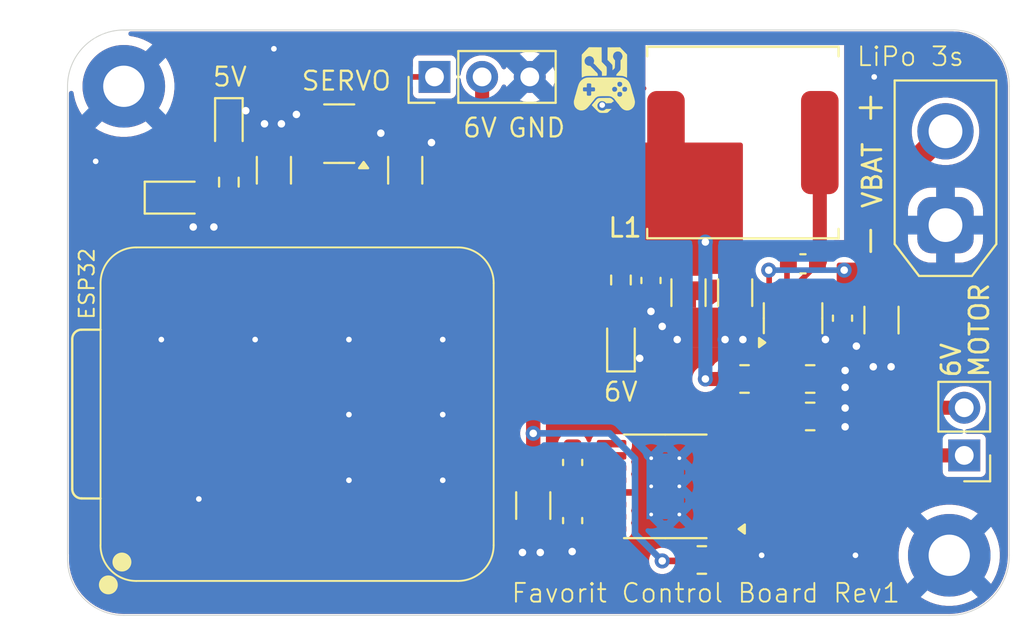
<source format=kicad_pcb>
(kicad_pcb (version 20241229) (generator "pcbnew") (generator_version "9.0")
  (layers (0 "F.Cu" signal) (2 "B.Cu" signal) (13 "F.Paste" user) (15 "B.Paste" user) (5 "F.SilkS" user "F.Silkscreen") (7 "B.SilkS" user "B.Silkscreen") (1 "F.Mask" user) (3 "B.Mask" user) (25 "Edge.Cuts" user))
  (net 0 "")
  (net 1 "Net-(U1-LX)")
  (net 2 "Motor+")
  (net 3 "GND")
  (net 4 "Net-(U1-BS)")
  (net 5 "Net-(U3-VCP)")
  (net 6 "Net-(U3-VINT)")
  (net 7 "+6V")
  (net 8 "Net-(D1-A)")
  (net 9 "DRV8833_IN1")
  (net 10 "Net-(D2-A)")
  (net 11 "Motor-")
  (net 12 "DRV8833_IN2")
  (net 13 "Net-(D3-K)")
  (net 14 "Net-(U1-FB)")
  (net 15 "Net-(U1-FS)")
  (net 16 "Net-(U3-~{SLEEP})")
  (net 33 "SERVO_PWM")
  (net 34 "+5V")
  (net 36 "VBAT")
  (footprint "Inductor_SMD:L_SOREDE_SNR.1050_10x10x5mm" (layer "F.Cu") (at 158 82 180)
    (property "Reference" "L1" (at 6.283652 -4.539448 0) (layer "F.SilkS"))
    (property "Value" "5.2uH" (hide yes))
    (pad "1" smd roundrect (at -4.1 0 180) (size 2 5.5) (layers "F.Cu" "F.Mask" "F.Paste") (net 1 "Net-(U1-LX)"))
    (pad "2" smd roundrect (at 4.1 0 180) (size 2 5.5) (layers "F.Cu" "F.Mask" "F.Paste") (net 7 "+6V"))
  )
  (footprint "Resistor_SMD:R_0805_2012Metric" (layer "F.Cu") (at 155.8125 104.25)
    (property "Reference" "R6" (hide yes))
    (property "Value" "22k1" (hide yes))
    (pad "1" smd roundrect (at -0.9125 0) (size 1.025 1.4) (layers "F.Cu" "F.Mask" "F.Paste") (roundrect_rratio 0.243902) (net 7 "+6V"))
    (pad "2" smd roundrect (at 0.9125 0) (size 1.025 1.4) (layers "F.Cu" "F.Mask" "F.Paste") (roundrect_rratio 0.243902) (net 16 "Net-(U3-~{SLEEP})"))
  )
  (footprint "Package_TO_SOT_SMD:SOT-23-5" (layer "F.Cu") (at 136.481456 81.525 180)
    (property "Reference" "U2" (hide yes))
    (property "Value" "TPS7A20xxxPDBVR" (hide yes))
    (pad "1" smd roundrect (at -1.1375 -0.95 180) (size 1.325 0.6) (layers "F.Cu" "F.Mask" "F.Paste") (net 7 "+6V"))
    (pad "2" smd roundrect (at -1.1375 0 180) (size 1.325 0.6) (layers "F.Cu" "F.Mask" "F.Paste") (net 3 "GND"))
    (pad "3" smd roundrect (at -1.1375 0.95 180) (size 1.325 0.6) (layers "F.Cu" "F.Mask" "F.Paste") (net 7 "+6V"))
    (pad "4" smd roundrect (at 1.1375 0.95 180) (size 1.325 0.6) (layers "F.Cu" "F.Mask" "F.Paste") (net 3 "GND"))
    (pad "5" smd roundrect (at 1.1375 -0.95 180) (size 1.325 0.6) (layers "F.Cu" "F.Mask" "F.Paste") (net 34 "+5V"))
  )
  (footprint "Package_SO:HTSSOP-16-1EP_4.4x5mm_P0.65mm_EP3.4x5mm_Mask2.46x2.31mm_ThermalVias" (layer "F.Cu") (at 153.8625 100.325 180)
    (property "Reference" "U3" (hide yes))
    (property "Value" "DRV8833PWP" (hide yes))
    (pad "1" smd roundrect (at -2.8625 -2.275 180) (size 1.575 0.4) (layers "F.Cu" "F.Mask" "F.Paste") (net 16 "Net-(U3-~{SLEEP})"))
    (pad "2" smd roundrect (at -2.8625 -1.625 180) (size 1.575 0.4) (layers "F.Cu" "F.Mask" "F.Paste") (net 2 "Motor+"))
    (pad "3" smd roundrect (at -2.8625 -0.975 180) (size 1.575 0.4) (layers "F.Cu" "F.Mask" "F.Paste") (net 3 "GND"))
    (pad "4" smd roundrect (at -2.8625 -0.325 180) (size 1.575 0.4) (layers "F.Cu" "F.Mask" "F.Paste") (net 11 "Motor-"))
    (pad "5" smd roundrect (at -2.8625 0.325 180) (size 1.575 0.4) (layers "F.Cu" "F.Mask" "F.Paste"))
    (pad "6" smd roundrect (at -2.8625 0.975 180) (size 1.575 0.4) (layers "F.Cu" "F.Mask" "F.Paste") (net 3 "GND"))
    (pad "7" smd roundrect (at -2.8625 1.625 180) (size 1.575 0.4) (layers "F.Cu" "F.Mask" "F.Paste"))
    (pad "8" smd roundrect (at -2.8625 2.275 180) (size 1.575 0.4) (layers "F.Cu" "F.Mask" "F.Paste"))
    (pad "9" smd roundrect (at 2.8625 2.275 180) (size 1.575 0.4) (layers "F.Cu" "F.Mask" "F.Paste"))
    (pad "10" smd roundrect (at 2.8625 1.625 180) (size 1.575 0.4) (layers "F.Cu" "F.Mask" "F.Paste"))
    (pad "11" smd roundrect (at 2.8625 0.975 180) (size 1.575 0.4) (layers "F.Cu" "F.Mask" "F.Paste") (net 5 "Net-(U3-VCP)"))
    (pad "12" smd roundrect (at 2.8625 0.325 180) (size 1.575 0.4) (layers "F.Cu" "F.Mask" "F.Paste") (net 7 "+6V"))
    (pad "13" smd roundrect (at 2.8625 -0.325 180) (size 1.575 0.4) (layers "F.Cu" "F.Mask" "F.Paste") (net 3 "GND"))
    (pad "14" smd roundrect (at 2.8625 -0.975 180) (size 1.575 0.4) (layers "F.Cu" "F.Mask" "F.Paste") (net 6 "Net-(U3-VINT)"))
    (pad "15" smd roundrect (at 2.8625 -1.625 180) (size 1.575 0.4) (layers "F.Cu" "F.Mask" "F.Paste") (net 12 "DRV8833_IN2"))
    (pad "16" smd roundrect (at 2.8625 -2.275 180) (size 1.575 0.4) (layers "F.Cu" "F.Mask" "F.Paste") (net 9 "DRV8833_IN1"))
    (pad "17" thru_hole circle (at -0.75 -1.5 180) (size 0.5 0.5) (drill 0.2) (property pad_prop_heatsink) (layers "*.Cu") (net 3 "GND"))
    (pad "17" thru_hole circle (at -0.75 0 180) (size 0.5 0.5) (drill 0.2) (property pad_prop_heatsink) (layers "*.Cu") (net 3 "GND"))
    (pad "17" thru_hole circle (at -0.75 1.5 180) (size 0.5 0.5) (drill 0.2) (property pad_prop_heatsink) (layers "*.Cu") (net 3 "GND"))
    (pad "17" smd rect (at 0 0 180) (size 2 3.5) (property pad_prop_heatsink) (layers "B.Cu") (net 3 "GND"))
    (pad "17" smd rect (at 0 0 180) (size 3.4 5) (property pad_prop_heatsink) (layers "F.Cu") (net 3 "GND"))
    (pad "17" thru_hole circle (at 0.75 -1.5 180) (size 0.5 0.5) (drill 0.2) (property pad_prop_heatsink) (layers "*.Cu") (net 3 "GND"))
    (pad "17" thru_hole circle (at 0.75 0 180) (size 0.5 0.5) (drill 0.2) (property pad_prop_heatsink) (layers "*.Cu") (net 3 "GND"))
    (pad "17" thru_hole circle (at 0.75 1.5 180) (size 0.5 0.5) (drill 0.2) (property pad_prop_heatsink) (layers "*.Cu") (net 3 "GND"))
  )
  (footprint "Capacitor_SMD:C_0603_1608Metric" (layer "F.Cu") (at 148.925 99.05 90)
    (property "Reference" "C10" (hide yes))
    (property "Value" "10nF/16V" (hide yes))
    (pad "1" smd roundrect (at -0.775 0 90) (size 0.9 0.95) (layers "F.Cu" "F.Mask" "F.Paste") (net 7 "+6V"))
    (pad "2" smd roundrect (at 0.775 0 90) (size 0.9 0.95) (layers "F.Cu" "F.Mask" "F.Paste") (net 5 "Net-(U3-VCP)"))
  )
  (footprint "Diode_SMD:D_SOD-323" (layer "F.Cu") (at 127.725 84.934992)
    (property "Reference" "D3" (hide yes))
    (property "Value" "1N5819WS" (hide yes))
    (pad "1" smd roundrect (at -1.05 0) (size 0.6 0.45) (layers "F.Cu" "F.Mask" "F.Paste") (net 13 "Net-(D3-K)"))
    (pad "2" smd roundrect (at 1.05 0) (size 0.6 0.45) (layers "F.Cu" "F.Mask" "F.Paste") (net 34 "+5V"))
  )
  (footprint "Seeed Studio XIAO Series Library:XIAO-ESP32S3-SMD" (layer "F.Cu") (at 134.250304 96.471132 90)
    (property "Reference" "ESP32" (at 4.971132 -10.750304 90) (layer "F.SilkS") (effects (font (size 0.8 0.8) (thickness 0.10668)) (justify left bottom)))
    (property "Value" "XIAO-ESP32-S3-SMD")
    (pad "1" smd roundrect (at -8.061364 -7.573 90) (size 2.75 2) (layers "F.Cu" "F.Mask" "F.Paste") (net 33 "SERVO_PWM"))
    (pad "2" smd roundrect (at -8.061364 -5.033 90) (size 2.75 2) (layers "F.Cu" "F.Mask" "F.Paste") (net 9 "DRV8833_IN1"))
    (pad "3" smd roundrect (at -8.061364 -2.493 90) (size 2.75 2) (layers "F.Cu" "F.Mask" "F.Paste") (net 12 "DRV8833_IN2"))
    (pad "4" smd roundrect (at -8.061364 0.047 90) (size 2.75 2) (layers "F.Cu" "F.Mask" "F.Paste"))
    (pad "5" smd roundrect (at -8.061364 2.587 90) (size 2.75 2) (layers "F.Cu" "F.Mask" "F.Paste"))
    (pad "6" smd roundrect (at -8.061364 5.127 90) (size 2.75 2) (layers "F.Cu" "F.Mask" "F.Paste"))
    (pad "7" smd roundrect (at -8.061364 7.667 90) (size 2.75 2) (layers "F.Cu" "F.Mask" "F.Paste"))
    (pad "8" smd roundrect (at 8.103636 7.667 90) (size 2.75 2) (layers "F.Cu" "F.Mask" "F.Paste"))
    (pad "9" smd roundrect (at 8.103636 5.127 90) (size 2.75 2) (layers "F.Cu" "F.Mask" "F.Paste"))
    (pad "10" smd roundrect (at 8.103636 2.587 90) (size 2.75 2) (layers "F.Cu" "F.Mask" "F.Paste"))
    (pad "11" smd roundrect (at 8.103636 0.047 90) (size 2.75 2) (layers "F.Cu" "F.Mask" "F.Paste"))
    (pad "12" smd roundrect (at 8.103636 -2.493 90) (size 2.75 2) (layers "F.Cu" "F.Mask" "F.Paste"))
    (pad "13" smd roundrect (at 8.103636 -5.033 90) (size 2.75 2) (layers "F.Cu" "F.Mask" "F.Paste") (net 3 "GND"))
    (pad "14" smd roundrect (at 8.103636 -7.573 90) (size 2.75 2) (layers "F.Cu" "F.Mask" "F.Paste") (net 13 "Net-(D3-K)"))
    (pad "15" smd roundrect (at -4.451364 -0.335 270) (size 2.5 1.1) (layers "F.Cu" "F.Mask" "F.Paste"))
    (pad "16" smd roundrect (at -4.451364 -2.24 270) (size 2.5 1.1) (layers "F.Cu" "F.Mask" "F.Paste"))
    (pad "17" smd circle (at -1.276364 -8.585 90) (size 1.7 1.7) (layers "F.Cu" "F.Mask" "F.Paste"))
    (pad "18" smd circle (at 1.263636 -8.585 90) (size 1.7 1.7) (layers "F.Cu" "F.Mask" "F.Paste"))
    (pad "19" smd circle (at -1.276364 -6.045 90) (size 1.7 1.7) (layers "F.Cu" "F.Mask" "F.Paste"))
    (pad "20" smd circle (at 1.263636 -6.045 90) (size 1.7 1.7) (layers "F.Cu" "F.Mask" "F.Paste"))
    (pad "21" smd circle (at -1.276364 -3.505 90) (size 1.7 1.7) (layers "F.Cu" "F.Mask" "F.Paste"))
    (pad "22" smd circle (at 1.263636 -3.505 90) (size 1.7 1.7) (layers "F.Cu" "F.Mask" "F.Paste"))
    (pad "23" smd circle (at -1.276364 -0.965 90) (size 1.7 1.7) (layers "F.Cu" "F.Mask" "F.Paste"))
    (pad "24" smd circle (at 1.263636 -0.965 90) (size 1.7 1.7) (layers "F.Cu" "F.Mask" "F.Paste"))
  )
  (footprint "Resistor_SMD:R_0805_2012Metric" (layer "F.Cu") (at 161.5875 94.602496)
    (property "Reference" "R3" (hide yes))
    (property "Value" "200k" (hide yes))
    (pad "1" smd roundrect (at -0.9125 0) (size 1.025 1.4) (layers "F.Cu" "F.Mask" "F.Paste") (roundrect_rratio 0.243902) (net 15 "Net-(U1-FS)"))
    (pad "2" smd roundrect (at 0.9125 0) (size 1.025 1.4) (layers "F.Cu" "F.Mask" "F.Paste") (roundrect_rratio 0.243902) (net 3 "GND"))
  )
  (footprint "MountingHole:MountingHole_2.2mm_M2_Pad" (layer "F.Cu") (at 125 79)
    (property "Reference" "H2" (hide yes))
    (property "Value" "MountingHole_Pad" (hide yes))
    (pad "1" thru_hole circle (at 0 0) (size 4.4 4.4) (drill 2.2) (layers "*.Cu" "*.Mask") (net 3 "GND"))
  )
  (footprint "Package_TO_SOT_SMD:TSOT-23-8" (layer "F.Cu") (at 160.675 91.3625 90)
    (property "Reference" "U1" (hide yes))
    (property "Value" "SY8303" (hide yes))
    (pad "1" smd roundrect (at -1.1375 -0.975 90) (size 1.325 0.5) (layers "F.Cu" "F.Mask" "F.Paste") (net 14 "Net-(U1-FB)"))
    (pad "2" smd roundrect (at -1.1375 -0.325 90) (size 1.325 0.5) (layers "F.Cu" "F.Mask" "F.Paste") (net 15 "Net-(U1-FS)"))
    (pad "3" smd roundrect (at -1.1375 0.325 90) (size 1.325 0.5) (layers "F.Cu" "F.Mask" "F.Paste") (net 3 "GND"))
    (pad "4" smd roundrect (at -1.1375 0.975 90) (size 1.325 0.5) (layers "F.Cu" "F.Mask" "F.Paste") (net 3 "GND"))
    (pad "5" smd roundrect (at 1.1375 0.975 90) (size 1.325 0.5) (layers "F.Cu" "F.Mask" "F.Paste") (net 36 "VBAT"))
    (pad "6" smd roundrect (at 1.1375 0.325 90) (size 1.325 0.5) (layers "F.Cu" "F.Mask" "F.Paste") (net 1 "Net-(U1-LX)"))
    (pad "7" smd roundrect (at 1.1375 -0.325 90) (size 1.325 0.5) (layers "F.Cu" "F.Mask" "F.Paste") (net 4 "Net-(U1-BS)"))
    (pad "8" smd roundrect (at 1.1375 -0.975 90) (size 1.325 0.5) (layers "F.Cu" "F.Mask" "F.Paste") (net 36 "VBAT"))
  )
  (footprint "MountingHole:MountingHole_2.2mm_M2_Pad" (layer "F.Cu") (at 169 104)
    (property "Reference" "H1" (hide yes))
    (property "Value" "MountingHole_Pad" (hide yes))
    (pad "1" thru_hole circle (at 0 0) (size 4.4 4.4) (drill 2.2) (layers "*.Cu" "*.Mask") (net 3 "GND"))
  )
  (footprint "Capacitor_SMD:C_1206_3216Metric" (layer "F.Cu") (at 133 83.475 90)
    (property "Reference" "C9" (hide yes))
    (property "Value" "10uF/25V" (hide yes))
    (pad "1" smd roundrect (at -1.475 0 90) (size 1.15 1.8) (layers "F.Cu" "F.Mask" "F.Paste") (roundrect_rratio 0.217391) (net 34 "+5V"))
    (pad "2" smd roundrect (at 1.475 0 90) (size 1.15 1.8) (layers "F.Cu" "F.Mask" "F.Paste") (roundrect_rratio 0.217391) (net 3 "GND"))
  )
  (footprint "Resistor_SMD:R_0805_2012Metric" (layer "F.Cu") (at 161.5875 96.6)
    (property "Reference" "R4" (hide yes))
    (property "Value" "22k1" (hide yes))
    (pad "1" smd roundrect (at -0.9125 0) (size 1.025 1.4) (layers "F.Cu" "F.Mask" "F.Paste") (roundrect_rratio 0.243902) (net 14 "Net-(U1-FB)"))
    (pad "2" smd roundrect (at 0.9125 0) (size 1.025 1.4) (layers "F.Cu" "F.Mask" "F.Paste") (roundrect_rratio 0.243902) (net 3 "GND"))
  )
  (footprint "Capacitor_SMD:C_0603_1608Metric" (layer "F.Cu") (at 153.1 89.35 -90)
    (property "Reference" "C6" (hide yes))
    (property "Value" "100nF/25V" (hide yes))
    (pad "1" smd roundrect (at -0.775 0 270) (size 0.9 0.95) (layers "F.Cu" "F.Mask" "F.Paste") (net 7 "+6V"))
    (pad "2" smd roundrect (at 0.775 0 270) (size 0.9 0.95) (layers "F.Cu" "F.Mask" "F.Paste") (net 3 "GND"))
  )
  (footprint "LED_SMD:LED_0603_1608Metric" (layer "F.Cu") (at 130.6 81.117492 -90)
    (property "Reference" "5V" (at -2.617492 -0.055 180) (layer "F.SilkS") (effects (font (thickness 0.125))))
    (property "Value" "BLUE" (hide yes))
    (pad "1" smd roundrect (at -0.7875 0 270) (size 0.875 0.95) (layers "F.Cu" "F.Mask" "F.Paste") (net 3 "GND"))
    (pad "2" smd roundrect (at 0.7875 0 270) (size 0.875 0.95) (layers "F.Cu" "F.Mask" "F.Paste") (net 10 "Net-(D2-A)"))
  )
  (footprint "Capacitor_SMD:C_1206_3216Metric" (layer "F.Cu") (at 155.1 90 -90)
    (property "Reference" "C4" (hide yes))
    (property "Value" "22uF/16V" (hide yes))
    (pad "1" smd roundrect (at -1.475 0 270) (size 1.15 1.8) (layers "F.Cu" "F.Mask" "F.Paste") (roundrect_rratio 0.217391) (net 7 "+6V"))
    (pad "2" smd roundrect (at 1.475 0 270) (size 1.15 1.8) (layers "F.Cu" "F.Mask" "F.Paste") (roundrect_rratio 0.217391) (net 3 "GND"))
  )
  (footprint "Connector_AMASS:AMASS_XT30UPB-M_1x02_P5.0mm_Vertical" (layer "F.Cu") (at 168.8 86.4 90)
    (property "Reference" "VBAT" (at 2.658056 -3.9 270) (layer "F.SilkS"))
    (property "Value" "Screw_Terminal_01x02" (hide yes))
    (fp_text user "+" (at 6.258056 -4.1 90) (layer "F.SilkS") (effects (font (size 1.5 1.5))))
    (fp_text user "-" (at -0.841944 -4.1 270) (layer "F.SilkS") (effects (font (size 1.5 1.5))))
    (pad "1" thru_hole roundrect (at 0 0 90) (size 3 3) (drill 1.8) (layers "*.Cu" "*.Mask") (net 3 "GND"))
    (pad "2" thru_hole circle (at 5 0 90) (size 3 3) (drill 1.8) (layers "*.Cu" "*.Mask") (net 36 "VBAT"))
  )
  (footprint "Resistor_SMD:R_0603_1608Metric" (layer "F.Cu") (at 130.6 84.109992 90)
    (property "Reference" "R5" (hide yes))
    (property "Value" "1k" (hide yes))
    (pad "1" smd roundrect (at -0.825 0 90) (size 0.8 0.95) (layers "F.Cu" "F.Mask" "F.Paste") (net 34 "+5V"))
    (pad "2" smd roundrect (at 0.825 0 90) (size 0.8 0.95) (layers "F.Cu" "F.Mask" "F.Paste") (net 10 "Net-(D2-A)"))
  )
  (footprint "Capacitor_SMD:C_1206_3216Metric" (layer "F.Cu") (at 140 83.475 90)
    (property "Reference" "C8" (hide yes))
    (property "Value" "10uF/25V" (hide yes))
    (pad "1" smd roundrect (at -1.475 0 90) (size 1.15 1.8) (layers "F.Cu" "F.Mask" "F.Paste") (roundrect_rratio 0.217391) (net 7 "+6V"))
    (pad "2" smd roundrect (at 1.475 0 90) (size 1.15 1.8) (layers "F.Cu" "F.Mask" "F.Paste") (roundrect_rratio 0.217391) (net 3 "GND"))
  )
  (footprint "Capacitor_SMD:C_0603_1608Metric" (layer "F.Cu") (at 163.310551 91.361839 -90)
    (property "Reference" "C3" (hide yes))
    (property "Value" "100nF/25V" (hide yes))
    (pad "1" smd roundrect (at -0.775 0 270) (size 0.9 0.95) (layers "F.Cu" "F.Mask" "F.Paste") (net 36 "VBAT"))
    (pad "2" smd roundrect (at 0.775 0 270) (size 0.9 0.95) (layers "F.Cu" "F.Mask" "F.Paste") (net 3 "GND"))
  )
  (footprint "Connector_PinHeader_2.54mm:PinHeader_1x02_P2.54mm_Vertical" (layer "F.Cu") (at 169.8 98.675 180)
    (property "Reference" "MOTOR" (at -0.8 6.675 270) (layer "F.SilkS"))
    (property "Value" "Screw_Terminal_01x02" (hide yes))
    (pad "1" thru_hole rect (at 0 0 180) (size 1.7 1.7) (drill 1) (layers "*.Cu" "*.Mask") (net 2 "Motor+"))
    (pad "2" thru_hole circle (at 0 2.54 180) (size 1.7 1.7) (drill 1) (layers "*.Cu" "*.Mask") (net 11 "Motor-"))
  )
  (footprint "Resistor_SMD:R_0603_1608Metric" (layer "F.Cu") (at 151.5 89.325 -90)
    (property "Reference" "R2" (hide yes))
    (property "Value" "1k" (hide yes))
    (pad "1" smd roundrect (at -0.825 0 270) (size 0.8 0.95) (layers "F.Cu" "F.Mask" "F.Paste") (net 7 "+6V"))
    (pad "2" smd roundrect (at 0.825 0 270) (size 0.8 0.95) (layers "F.Cu" "F.Mask" "F.Paste") (net 8 "Net-(D1-A)"))
  )
  (footprint "Capacitor_SMD:C_1206_3216Metric" (layer "F.Cu") (at 157.5875 90 -90)
    (property "Reference" "C5" (hide yes))
    (property "Value" "22uF/16V" (hide yes))
    (pad "1" smd roundrect (at -1.475 0 270) (size 1.15 1.8) (layers "F.Cu" "F.Mask" "F.Paste") (roundrect_rratio 0.217391) (net 7 "+6V"))
    (pad "2" smd roundrect (at 1.475 0 270) (size 1.15 1.8) (layers "F.Cu" "F.Mask" "F.Paste") (roundrect_rratio 0.217391) (net 3 "GND"))
  )
  (footprint "Capacitor_SMD:C_0603_1608Metric" (layer "F.Cu") (at 148.925 102.15 -90)
    (property "Reference" "C11" (hide yes))
    (property "Value" "2.2uF/6.3A" (hide yes))
    (pad "1" smd roundrect (at -0.775 0 270) (size 0.9 0.95) (layers "F.Cu" "F.Mask" "F.Paste") (net 6 "Net-(U3-VINT)"))
    (pad "2" smd roundrect (at 0.775 0 270) (size 0.9 0.95) (layers "F.Cu" "F.Mask" "F.Paste") (net 3 "GND"))
  )
  (footprint "Connector_PinHeader_2.54mm:PinHeader_1x03_P2.54mm_Vertical" (layer "F.Cu") (at 141.56 78.5 90)
    (property "Reference" "J3" (hide yes))
    (property "Value" "Conn_01x03_Pin" (hide yes))
    (pad "1" thru_hole rect (at 0 0 90) (size 1.7 1.7) (drill 1) (layers "*.Cu" "*.Mask") (net 33 "SERVO_PWM"))
    (pad "2" thru_hole circle (at 0 2.54 90) (size 1.7 1.7) (drill 1) (layers "*.Cu" "*.Mask") (net 7 "+6V"))
    (pad "3" thru_hole circle (at 0 5.08 90) (size 1.7 1.7) (drill 1) (layers "*.Cu" "*.Mask") (net 3 "GND"))
  )
  (footprint "Capacitor_SMD:C_1206_3216Metric" (layer "F.Cu") (at 146.825 101.35 -90)
    (property "Reference" "C7" (hide yes))
    (property "Value" "10uF" (hide yes))
    (pad "1" smd roundrect (at -1.475 0 270) (size 1.15 1.8) (layers "F.Cu" "F.Mask" "F.Paste") (roundrect_rratio 0.217391) (net 7 "+6V"))
    (pad "2" smd roundrect (at 1.475 0 270) (size 1.15 1.8) (layers "F.Cu" "F.Mask" "F.Paste") (roundrect_rratio 0.217391) (net 3 "GND"))
  )
  (footprint "Capacitor_SMD:C_1206_3216Metric" (layer "F.Cu") (at 165.3875 91.4625 -90)
    (property "Reference" "C2" (hide yes))
    (property "Value" "10uF/25V" (hide yes))
    (pad "1" smd roundrect (at -1.475 0 270) (size 1.15 1.8) (layers "F.Cu" "F.Mask" "F.Paste") (roundrect_rratio 0.217391) (net 36 "VBAT"))
    (pad "2" smd roundrect (at 1.475 0 270) (size 1.15 1.8) (layers "F.Cu" "F.Mask" "F.Paste") (roundrect_rratio 0.217391) (net 3 "GND"))
  )
  (footprint "Capacitor_SMD:C_0603_1608Metric" (layer "F.Cu") (at 161.2 88.4625 180)
    (property "Reference" "C1" (hide yes))
    (property "Value" "10nF" (hide yes))
    (pad "1" smd roundrect (at -0.775 0 180) (size 0.9 0.95) (layers "F.Cu" "F.Mask" "F.Paste") (net 1 "Net-(U1-LX)"))
    (pad "2" smd roundrect (at 0.775 0 180) (size 0.9 0.95) (layers "F.Cu" "F.Mask" "F.Paste") (net 4 "Net-(U1-BS)"))
  )
  (footprint "Resistor_SMD:R_0805_2012Metric" (layer "F.Cu") (at 158.0875 94.602496)
    (property "Reference" "R1" (hide yes))
    (property "Value" "200k" (hide yes))
    (pad "1" smd roundrect (at -0.9125 0) (size 1.025 1.4) (layers "F.Cu" "F.Mask" "F.Paste") (roundrect_rratio 0.243902) (net 7 "+6V"))
    (pad "2" smd roundrect (at 0.9125 0) (size 1.025 1.4) (layers "F.Cu" "F.Mask" "F.Paste") (roundrect_rratio 0.243902) (net 14 "Net-(U1-FB)"))
  )
  (footprint "LED_SMD:LED_0603_1608Metric" (layer "F.Cu") (at 151.5 92.7125 90)
    (property "Reference" "D1" (hide yes))
    (property "Value" "BLUE" (hide yes))
    (pad "1" smd roundrect (at -0.7875 0 90) (size 0.875 0.95) (layers "F.Cu" "F.Mask" "F.Paste") (net 3 "GND"))
    (pad "2" smd roundrect (at 0.7875 0 90) (size 0.875 0.95) (layers "F.Cu" "F.Mask" "F.Paste") (net 8 "Net-(D1-A)"))
  )
  (footprint "logos:logo" (layer "F.Cu") (at 150.5 78.4)
    (property "Reference" "G***" (hide yes))
    (property "Value" "LOGO" (hide yes))
  )
  (gr_line (start 169 107.2) (end 125 107.2) (stroke (width 0.05)) (layer "Edge.Cuts"))
  (gr_arc (start 169.2 76) (mid 171.32132 76.87868) (end 172.2 79) (stroke (width 0.05)) (layer "Edge.Cuts"))
  (gr_line (start 122 79) (end 122 104) (stroke (width 0.05)) (layer "Edge.Cuts"))
  (gr_arc (start 122 79) (mid 122.87868 76.87868) (end 125 76) (stroke (width 0.05)) (layer "Edge.Cuts"))
  (gr_arc (start 125 107.2) (mid 122.809261 106.249552) (end 122.006645 104.000443) (stroke (width 0.05)) (layer "Edge.Cuts"))
  (gr_arc (start 172.2 104) (mid 171.262742 106.262742) (end 169 107.2) (stroke (width 0.05)) (layer "Edge.Cuts"))
  (gr_line (start 172.2 79) (end 172.2 104) (stroke (width 0.05)) (layer "Edge.Cuts"))
  (gr_line (start 125 76) (end 169.2 76) (stroke (width 0.05)) (layer "Edge.Cuts"))
  (gr_text "6V" (at 150.5 95.875 0) (layer "F.SilkS") (effects (font (size 1 1) (thickness 0.125)) (justify left bottom)))
  (gr_text "6V" (at 169.1 93.6 90) (layer "F.SilkS") (effects (font (size 1 1))))
  (gr_text "6V" (at 143 81.8 0) (layer "F.SilkS") (effects (font (size 1 1) (thickness 0.125)) (justify left bottom)))
  (gr_text "LiPo 3s" (at 164.00401 78 0) (layer "F.SilkS") (effects (font (size 1 1) (thickness 0.1)) (justify left bottom)))
  (gr_text "SERVO" (at 134.4 79.3 0) (layer "F.SilkS") (effects (font (size 1 1) (thickness 0.125)) (justify left bottom)))
  (gr_text "Favorit Control Board Rev1" (at 145.6 106.6 0) (layer "F.SilkS") (effects (font (size 1 1) (thickness 0.1)) (justify left bottom)))
  (gr_text "GND" (at 145.4 81.8 0) (layer "F.SilkS") (effects (font (size 1 1) (thickness 0.125)) (justify left bottom)))
  (segment (start 161 89.4375) (end 161.975 88.4625) (width 0.3) (layer "F.Cu") (net 1))
  (segment (start 161 90.225) (end 161 89.4375) (width 0.3) (layer "F.Cu") (net 1))
  (segment (start 162.1 82) (end 162.1 88.3375) (width 0.75) (layer "F.Cu") (net 1))
  (segment (start 162.1 88.3375) (end 161.975 88.4625) (width 0.75) (layer "F.Cu") (net 1))
  (segment (start 167.825 98.675) (end 167.5 99) (width 0.75) (layer "F.Cu") (net 2))
  (segment (start 164.5 102) (end 163 102) (width 0.75) (layer "F.Cu") (net 2))
  (segment (start 163 102) (end 158 102) (width 0.75) (layer "F.Cu") (net 2))
  (segment (start 158.45 101.95) (end 156.725 101.95) (width 0.35) (layer "F.Cu") (net 2))
  (segment (start 167.5 99) (end 164.5 102) (width 0.75) (layer "F.Cu") (net 2))
  (segment (start 169.8 98.675) (end 167.825 98.675) (width 0.75) (layer "F.Cu") (net 2))
  (segment (start 156.725 101.3) (end 154.8375 101.3) (width 0.35) (layer "F.Cu") (net 3))
  (segment (start 153.1 91) (end 153.1 90.125) (width 0.75) (layer "F.Cu") (net 3))
  (segment (start 133.4 81.6) (end 133 82) (width 0.75) (layer "F.Cu") (net 3))
  (segment (start 158 92.5) (end 158 91.8875) (width 0.75) (layer "F.Cu") (net 3))
  (segment (start 137.618956 81.525) (end 138.675 81.525) (width 0.75) (layer "F.Cu") (net 3))
  (segment (start 139.2 82) (end 138.7 81.5) (width 0.75) (layer "F.Cu") (net 3))
  (segment (start 157.05 92.0125) (end 157.5875 91.475) (width 0.75) (layer "F.Cu") (net 3))
  (segment (start 157.05 92.5) (end 157.05 92.0125) (width 0.75) (layer "F.Cu") (net 3))
  (segment (start 152.5 93.5) (end 151.5 93.5) (width 0.75) (layer "F.Cu") (net 3))
  (segment (start 129.8 86.5) (end 129.8 87.7848) (width 0.75) (layer "F.Cu") (net 3))
  (segment (start 140 82) (end 139.2 82) (width 0.75) (layer "F.Cu") (net 3))
  (segment (start 153.7 91.8) (end 154.775 91.8) (width 0.75) (layer "F.Cu") (net 3))
  (segment (start 128.7 87.850192) (end 129.217304 88.367496) (width 0.75) (layer "F.Cu") (net 3))
  (segment (start 146.25 103.4) (end 146.825 102.825) (width 0.75) (layer "F.Cu") (net 3))
  (segment (start 134.275 80.575) (end 134.2 80.5) (width 0.75) (layer "F.Cu") (net 3))
  (segment (start 154.8375 99.35) (end 153.8625 100.325) (width 0.35) (layer "F.Cu") (net 3))
  (segment (start 133.4 81) (end 133.4 81.6) (width 0.75) (layer "F.Cu") (net 3))
  (segment (start 154.5 92.075) (end 155.1 91.475) (width 0.75) (layer "F.Cu") (net 3))
  (segment (start 156.725 99.35) (end 154.8375 99.35) (width 0.35) (layer "F.Cu") (net 3))
  (segment (start 130.6 80.329992) (end 131.470008 80.329992) (width 0.3) (layer "F.Cu") (net 3))
  (segment (start 138.675 81.525) (end 138.7 81.5) (width 0.75) (layer "F.Cu") (net 3))
  (segment (start 154.8375 101.3) (end 153.8625 100.325) (width 0.35) (layer "F.Cu") (net 3))
  (segment (start 129.8 87.7848) (end 129.217304 88.367496) (width 0.75) (layer "F.Cu") (net 3))
  (segment (start 153.5375 100.65) (end 153.8625 100.325) (width 0.35) (layer "F.Cu") (net 3))
  (segment (start 135.343956 80.575) (end 134.275 80.575) (width 0.75) (layer "F.Cu") (net 3))
  (segment (start 156.775 99.3) (end 156.725 99.35) (width 0.35) (layer "F.Cu") (net 3))
  (segment (start 154.5 92.5) (end 154.5 92.075) (width 0.75) (layer "F.Cu") (net 3))
  (segment (start 132.5 81) (end 132.5 81.5) (width 0.75) (layer "F.Cu") (net 3))
  (segment (start 148.9 102.95) (end 148.925 102.925) (width 0.75) (layer "F.Cu") (net 3))
  (segment (start 132.5 81.5) (end 133 82) (width 0.75) (layer "F.Cu") (net 3))
  (segment (start 147.2 103.85) (end 147.2 103.2) (width 0.75) (layer "F.Cu") (net 3))
  (segment (start 158 91.8875) (end 157.5875 91.475) (width 0.75) (layer "F.Cu") (net 3))
  (segment (start 154.775 91.8) (end 155.1 91.475) (width 0.75) (layer "F.Cu") (net 3))
  (segment (start 151 100.65) (end 153.5375 100.65) (width 0.35) (layer "F.Cu") (net 3))
  (segment (start 131.470008 80.329992) (end 131.5 80.3) (width 0.3) (layer "F.Cu") (net 3))
  (segment (start 148.9 103.8) (end 148.9 102.95) (width 0.75) (layer "F.Cu") (net 3))
  (segment (start 141.4 82) (end 140 82) (width 0.75) (layer "F.Cu") (net 3))
  (segment (start 146.25 103.85) (end 146.25 103.4) (width 0.75) (layer "F.Cu") (net 3))
  (segment (start 128.7 86.5) (end 128.7 87.850192) (width 0.75) (layer "F.Cu") (net 3))
  (segment (start 147.2 103.2) (end 146.825 102.825) (width 0.75) (layer "F.Cu") (net 3))
  (via (at 157.05 92.5) (size 0.8) (drill 0.4) (layers "F.Cu" "B.Cu") (net 3))
  (via (at 142 100) (size 0.6) (drill 0.3) (layers "F.Cu" "B.Cu") (net 3))
  (via (at 123.5 83) (size 0.6) (drill 0.3) (layers "F.Cu" "B.Cu") (net 3))
  (via (at 137 96.5) (size 0.6) (drill 0.3) (layers "F.Cu" "B.Cu") (net 3))
  (via (at 142 96.5) (size 0.6) (drill 0.3) (layers "F.Cu" "B.Cu") (net 3))
  (via (at 132.5 81) (size 0.8) (drill 0.4) (layers "F.Cu" "B.Cu") (net 3))
  (via (at 154.5 92.5) (size 0.8) (drill 0.4) (layers "F.Cu" "B.Cu") (net 3))
  (via (at 129.8 86.5) (size 0.8) (drill 0.4) (layers "F.Cu" "B.Cu") (net 3))
  (via (at 129 101) (size 0.6) (drill 0.3) (layers "F.Cu" "B.Cu") (net 3))
  (via (at 138.7 81.5) (size 0.8) (drill 0.4) (layers "F.Cu" "B.Cu") (net 3))
  (via (at 163.45 95.05) (size 0.8) (drill 0.4) (layers "F.Cu" "B.Cu") (net 3))
  (via (at 165 78.5) (size 0.6) (drill 0.3) (layers "F.Cu" "B.Cu") (net 3))
  (via (at 141.4 82) (size 0.8) (drill 0.4) (layers "F.Cu" "B.Cu") (net 3))
  (via (at 152.5 93.5) (size 0.8) (drill 0.4) (layers "F.Cu" "B.Cu") (net 3))
  (via (at 137 92.5) (size 0.6) (drill 0.3) (layers "F.Cu" "B.Cu") (net 3))
  (via (at 128.7 86.5) (size 0.8) (drill 0.4) (layers "F.Cu" "B.Cu") (net 3))
  (via (at 134.2 80.5) (size 0.8) (drill 0.4) (layers "F.Cu" "B.Cu") (net 3))
  (via (at 137 100) (size 0.6) (drill 0.3) (layers "F.Cu" "B.Cu") (net 3))
  (via (at 132 92.5) (size 0.6) (drill 0.3) (layers "F.Cu" "B.Cu") (net 3))
  (via (at 153.1 91) (size 0.8) (drill 0.4) (layers "F.Cu" "B.Cu") (net 3))
  (via (at 165.9 93.95) (size 0.8) (drill 0.4) (layers "F.Cu" "B.Cu") (net 3))
  (via (at 148.9 103.8) (size 0.8) (drill 0.4) (layers "F.Cu" "B.Cu") (net 3))
  (via (at 158 92.5) (size 0.8) (drill 0.4) (layers "F.Cu" "B.Cu") (net 3))
  (via (at 133.4 81) (size 0.8) (drill 0.4) (layers "F.Cu" "B.Cu") (net 3))
  (via (at 150.5 80) (size 0.6) (drill 0.3) (layers "F.Cu" "B.Cu") (net 3))
  (via (at 164 104) (size 0.6) (drill 0.3) (layers "F.Cu" "B.Cu") (net 3))
  (via (at 133 77) (size 0.6) (drill 0.3) (layers "F.Cu" "B.Cu") (net 3))
  (via (at 147.2 103.85) (size 0.8) (drill 0.4) (layers "F.Cu" "B.Cu") (net 3))
  (via (at 163.45 96.15) (size 0.8) (drill 0.4) (layers "F.Cu" "B.Cu") (net 3))
  (via (at 146.25 103.85) (size 0.8) (drill 0.4) (layers "F.Cu" "B.Cu") (net 3))
  (via (at 163.45 94.15) (size 0.8) (drill 0.4) (layers "F.Cu" "B.Cu") (net 3))
  (via (at 127 92.5) (size 0.6) (drill 0.3) (layers "F.Cu" "B.Cu") (net 3))
  (via (at 159 104) (size 0.6) (drill 0.3) (layers "F.Cu" "B.Cu") (net 3))
  (via (at 142 92.5) (size 0.6) (drill 0.3) (layers "F.Cu" "B.Cu") (net 3))
  (via (at 153.7 91.8) (size 0.8) (drill 0.4) (layers "F.Cu" "B.Cu") (net 3))
  (via (at 164.95 93.95) (size 0.8) (drill 0.4) (layers "F.Cu" "B.Cu") (net 3))
  (via (at 163.45 97.15) (size 0.8) (drill 0.4) (layers "F.Cu" "B.Cu") (net 3))
  (via (at 162.4 92.5) (size 0.8) (drill 0.4) (layers "F.Cu" "B.Cu") (net 3))
  (via (at 131.5 80.3) (size 0.8) (drill 0.4) (layers "F.Cu" "B.Cu") (net 3))
  (via (at 164.05 92.85) (size 0.8) (drill 0.4) (layers "F.Cu" "B.Cu") (net 3))
  (segment (start 160.35 90.225) (end 160.35 88.5375) (width 0.3) (layer "F.Cu") (net 4))
  (segment (start 160.35 88.5375) (end 160.425 88.4625) (width 0.3) (layer "F.Cu") (net 4))
  (segment (start 148.925 98.275) (end 150 99.35) (width 0.35) (layer "F.Cu") (net 5))
  (segment (start 150 99.35) (end 151 99.35) (width 0.35) (layer "F.Cu") (net 5))
  (segment (start 151 101.3) (end 149 101.3) (width 0.35) (layer "F.Cu") (net 6))
  (segment (start 149 101.3) (end 148.925 101.375) (width 0.35) (layer "F.Cu") (net 6))
  (segment (start 137.618956 84.218956) (end 138.35 84.95) (width 0.75) (layer "F.Cu") (net 7))
  (segment (start 146.8 84.95) (end 149.15 84.95) (width 0.75) (layer "F.Cu") (net 7))
  (segment (start 144.2 84.95) (end 140 84.95) (width 0.75) (layer "F.Cu") (net 7))
  (segment (start 138.35 84.95) (end 140 84.95) (width 0.75) (layer "F.Cu") (net 7))
  (segment (start 157.175 94.602496) (end 156.002496 94.602496) (width 0.75) (layer "F.Cu") (net 7))
  (segment (start 136.956457 82.475) (end 137.618956 82.475) (width 0.3) (layer "F.Cu") (net 7))
  (segment (start 149.15 84.95) (end 149.2 85) (width 0.75) (layer "F.Cu") (net 7))
  (segment (start 144.2 84.95) (end 146.8 84.95) (width 0.75) (layer "F.Cu") (net 7))
  (segment (start 154.85 104.3) (end 154.9 104.25) (width 0.35) (layer "F.Cu") (net 7))
  (segment (start 156.002496 94.602496) (end 156 94.6) (width 0.75) (layer "F.Cu") (net 7))
  (segment (start 136.6 82.118543) (end 136.956457 82.475) (width 0.3) (layer "F.Cu") (net 7))
  (segment (start 144.1 78.5) (end 144.1 83.5) (width 0.75) (layer "F.Cu") (net 7))
  (segment (start 149.1 100) (end 148.925 99.825) (width 0.35) (layer "F.Cu") (net 7))
  (segment (start 148.875 99.875) (end 148.925 99.825) (width 0.75) (layer "F.Cu") (net 7))
  (segment (start 157.5625 88.5) (end 157.5875 88.525) (width 0.75) (layer "F.Cu") (net 7))
  (segment (start 137.618956 80.575) (end 137.025 80.575) (width 0.3) (layer "F.Cu") (net 7))
  (segment (start 136.6 81) (end 136.6 82.118543) (width 0.3) (layer "F.Cu") (net 7))
  (segment (start 153.7 104.3) (end 154.85 104.3) (width 0.35) (layer "F.Cu") (net 7))
  (segment (start 137.025 80.575) (end 136.6 81) (width 0.3) (layer "F.Cu") (net 7))
  (segment (start 146.825 99.875) (end 148.875 99.875) (width 0.75) (layer "F.Cu") (net 7))
  (segment (start 151 100) (end 149.1 100) (width 0.35) (layer "F.Cu") (net 7))
  (segment (start 146.825 92.825) (end 146.825 97.5) (width 0.75) (layer "F.Cu") (net 7))
  (segment (start 137.618956 82.475) (end 137.618956 84.218956) (width 0.75) (layer "F.Cu") (net 7))
  (segment (start 146.825 84.975) (end 146.8 84.95) (width 0.75) (layer "F.Cu") (net 7))
  (segment (start 146.825 99.875) (end 146.825 84.975) (width 0.75) (layer "F.Cu") (net 7))
  (segment (start 144.1 83.5) (end 145.55 84.95) (width 0.75) (layer "F.Cu") (net 7))
  (segment (start 145.55 84.95) (end 144.2 84.95) (width 0.75) (layer "F.Cu") (net 7))
  (segment (start 146.825 97.5) (end 146.825 99.875) (width 0.75) (layer "F.Cu") (net 7))
  (via (at 156 87.3) (size 0.8) (drill 0.4) (layers "F.Cu" "B.Cu") (net 7))
  (via (at 146.825 97.5) (size 0.8) (drill 0.4) (layers "F.Cu" "B.Cu") (net 7))
  (via (at 153.7 104.3) (size 0.8) (drill 0.4) (layers "F.Cu" "B.Cu") (net 7))
  (via (at 156 94.6) (size 0.8) (drill 0.4) (layers "F.Cu" "B.Cu") (net 7))
  (segment (start 153.7 104.3) (end 152.25 102.85) (width 0.35) (layer "B.Cu") (net 7))
  (segment (start 152.25 102.85) (end 152.25 98.85) (width 0.35) (layer "B.Cu") (net 7))
  (segment (start 152.25 98.85) (end 150.9 97.5) (width 0.35) (layer "B.Cu") (net 7))
  (segment (start 156 94.6) (end 156 87.3) (width 0.75) (layer "B.Cu") (net 7))
  (segment (start 150.9 97.5) (end 146.825 97.5) (width 0.35) (layer "B.Cu") (net 7))
  (segment (start 151.5 91.925) (end 151.5 90.15) (width 0.75) (layer "F.Cu") (net 8))
  (segment (start 149.40652 105.102) (end 151 103.50852) (width 0.3) (layer "F.Cu") (net 9))
  (segment (start 129.659808 106.35) (end 144.452 106.35) (width 0.3) (layer "F.Cu") (net 9))
  (segment (start 129.217304 105.907496) (end 129.659808 106.35) (width 0.3) (layer "F.Cu") (net 9))
  (segment (start 129.217304 104.532496) (end 129.217304 105.907496) (width 0.3) (layer "F.Cu") (net 9))
  (segment (start 151 102.95) (end 151 102.6) (width 0.3) (layer "F.Cu") (net 9))
  (segment (start 145.7 105.102) (end 149.40652 105.102) (width 0.3) (layer "F.Cu") (net 9))
  (segment (start 144.452 106.35) (end 145.7 105.102) (width 0.3) (layer "F.Cu") (net 9))
  (segment (start 151 103.50852) (end 151 102.95) (width 0.3) (layer "F.Cu") (net 9))
  (segment (start 130.6 83.284992) (end 130.6 81.904992) (width 0.3) (layer "F.Cu") (net 10))
  (segment (start 164 100.5) (end 168.365 96.135) (width 0.75) (layer "F.Cu") (net 11))
  (segment (start 168.365 96.135) (end 169.8 96.135) (width 0.75) (layer "F.Cu") (net 11))
  (segment (start 158 100.5) (end 164 100.5) (width 0.75) (layer "F.Cu") (net 11))
  (segment (start 157.85 100.65) (end 158 100.5) (width 0.35) (layer "F.Cu") (net 11))
  (segment (start 156.725 100.65) (end 157.85 100.65) (width 0.35) (layer "F.Cu") (net 11))
  (segment (start 131.757304 103.157496) (end 131.757304 104.532496) (width 0.3) (layer "F.Cu") (net 12))
  (segment (start 132.2648 102.65) (end 131.757304 103.157496) (width 0.3) (layer "F.Cu") (net 12))
  (segment (start 143.7 102.65) (end 132.2648 102.65) (width 0.3) (layer "F.Cu") (net 12))
  (segment (start 149 104.6) (end 148.999 104.601) (width 0.3) (layer "F.Cu") (net 12))
  (segment (start 149.199 104.601) (end 149.8 104) (width 0.3) (layer "F.Cu") (net 12))
  (segment (start 150.221918 101.95) (end 149.8 102.371918) (width 0.3) (layer "F.Cu") (net 12))
  (segment (start 148.999 104.601) (end 145.651 104.601) (width 0.3) (layer "F.Cu") (net 12))
  (segment (start 145.651 104.601) (end 143.7 102.65) (width 0.3) (layer "F.Cu") (net 12))
  (segment (start 148.999 104.601) (end 149.199 104.601) (width 0.3) (layer "F.Cu") (net 12))
  (segment (start 151 101.95) (end 150.221918 101.95) (width 0.3) (layer "F.Cu") (net 12))
  (segment (start 149.8 104) (end 149.8 102.371918) (width 0.3) (layer "F.Cu") (net 12))
  (segment (start 126.677304 88.367496) (end 126.677304 84.937296) (width 0.3) (layer "F.Cu") (net 13))
  (segment (start 126.677304 84.937296) (end 126.675 84.934992) (width 0.3) (layer "F.Cu") (net 13))
  (segment (start 159 93.024) (end 159.524 92.5) (width 0.35) (layer "F.Cu") (net 14))
  (segment (start 160.675 96.6) (end 159 94.925) (width 0.35) (layer "F.Cu") (net 14))
  (segment (start 159 94.925) (end 159 94.602496) (width 0.75) (layer "F.Cu") (net 14))
  (segment (start 159 94.602496) (end 159 93.024) (width 0.35) (layer "F.Cu") (net 14))
  (segment (start 160.35 94.277496) (end 160.35 92.5) (width 0.3) (layer "F.Cu") (net 15))
  (segment (start 160.675 94.602496) (end 160.35 94.277496) (width 0.3) (layer "F.Cu") (net 15))
  (segment (start 156.725 104.25) (end 156.725 102.6) (width 0.35) (layer "F.Cu") (net 16))
  (segment (start 123.6 84.9) (end 130 78.5) (width 0.3) (layer "F.Cu") (net 33))
  (segment (start 126.6 102.5) (end 126.6 104.455192) (width 0.3) (layer "F.Cu") (net 33))
  (segment (start 130 78.5) (end 141.56 78.5) (width 0.3) (layer "F.Cu") (net 33))
  (segment (start 126.6 104.455192) (end 126.677304 104.532496) (width 0.3) (layer "F.Cu") (net 33))
  (segment (start 126.6 102.1) (end 123.6 99.1) (width 0.3) (layer "F.Cu") (net 33))
  (segment (start 126.6 102.2) (end 126.6 102.5) (width 0.3) (layer "F.Cu") (net 33))
  (segment (start 123.6 99.1) (end 123.6 84.9) (width 0.3) (layer "F.Cu") (net 33))
  (segment (start 126.6 102.5) (end 126.6 102.1) (width 0.3) (layer "F.Cu") (net 33))
  (segment (start 130.6 84.934992) (end 132.984992 84.934992) (width 0.3) (layer "F.Cu") (net 34))
  (segment (start 134.25 84.95) (end 135.343956 83.856044) (width 0.3) (layer "F.Cu") (net 34))
  (segment (start 135.343956 83.856044) (end 135.343956 82.475) (width 0.3) (layer "F.Cu") (net 34))
  (segment (start 132.984992 84.934992) (end 133 84.95) (width 0.3) (layer "F.Cu") (net 34))
  (segment (start 133 84.95) (end 134.25 84.95) (width 0.3) (layer "F.Cu") (net 34))
  (segment (start 128.775 84.934992) (end 130.6 84.934992) (width 0.3) (layer "F.Cu") (net 34))
  (segment (start 163.90989 89.9875) (end 163.310551 90.586839) (width 1.2) (layer "F.Cu") (net 36))
  (segment (start 162.386839 90.586839) (end 162 90.2) (width 1.2) (layer "F.Cu") (net 36))
  (segment (start 159.7 90.225) (end 159.4 89.925) (width 0.3) (layer "F.Cu") (net 36))
  (segment (start 162.412839 90.586839) (end 162.386839 90.586839) (width 1.2) (layer "F.Cu") (net 36))
  (segment (start 163.90989 89.30989) (end 163.90989 89.9875) (width 0.3) (layer "F.Cu") (net 36))
  (segment (start 168.8 81.4) (end 165.3875 84.8125) (width 1.2) (layer "F.Cu") (net 36))
  (segment (start 159.379719 88.8) (end 159.378682 88.801037) (width 0.3) (layer "F.Cu") (net 36))
  (segment (start 165.3875 84.8125) (end 165.3875 89.9875) (width 1.2) (layer "F.Cu") (net 36))
  (segment (start 159.4 89.925) (end 159.4 88.8) (width 0.3) (layer "F.Cu") (net 36))
  (segment (start 163.310551 90.586839) (end 162.412839 90.586839) (width 1.2) (layer "F.Cu") (net 36))
  (segment (start 165.3875 89.9875) (end 163.90989 89.9875) (width 1.2) (layer "F.Cu") (net 36))
  (segment (start 163.4 88.8) (end 163.90989 89.30989) (width 0.3) (layer "F.Cu") (net 36))
  (segment (start 159.4 88.8) (end 159.379719 88.8) (width 0.3) (layer "F.Cu") (net 36))
  (via (at 163.4 88.8) (size 0.8) (drill 0.4) (layers "F.Cu" "B.Cu") (net 36))
  (via (at 159.378682 88.801037) (size 0.8) (drill 0.4) (layers "F.Cu" "B.Cu") (net 36))
  (segment (start 163.398963 88.801037) (end 163.4 88.8) (width 0.3) (layer "B.Cu") (net 36))
  (segment (start 163.4 88.8) (end 159.379719 88.8) (width 0.3) (layer "B.Cu") (net 36))
  (segment (start 159.379719 88.8) (end 159.378682 88.801037) (width 0.3) (layer "B.Cu") (net 36))
  (zone (net 3) (net_name "GND") (layer "F.Cu") (priority 10) (connect_pads yes (clearance 0.3)) (min_thickness 0.25) (fill yes (thermal_gap 0.5) (thermal_bridge_width 1))
    (polygon (pts (xy 151 94) (xy 152.9 94) (xy 152.9 92.9) (xy 158.5 92.9) (xy 158.5 90.8) (xy 153.7 90.8) (xy 153.7 89.6) (xy 152.5 89.6) (xy 152.5 92.7) (xy 151 92.7)))
  )
  (zone (net 3) (net_name "GND") (layer "F.Cu") (priority 5) (connect_pads (clearance 0.3)) (min_thickness 0.25) (fill yes (thermal_gap 0.5) (thermal_bridge_width 0.8))
    (polygon (pts (xy 121.5 75.5) (xy 121.5 108) (xy 173 108) (xy 173 75.5)))
  )
  (zone (net 7) (net_name "+6V") (layer "F.Cu") (priority 10) (connect_pads yes (clearance 0.3)) (min_thickness 0.25) (fill yes (thermal_gap 0.5) (thermal_bridge_width 1))
    (polygon (pts (xy 148.5 82) (xy 158 82) (xy 158 89) (xy 148.5 89)))
  )
  (zone (net 3) (net_name "GND") (layer "F.Cu") (priority 10) (connect_pads yes (clearance 0.3)) (min_thickness 0.25) (fill yes (thermal_gap 0.5) (thermal_bridge_width 1))
    (polygon (pts (xy 161 92) (xy 166.5 92) (xy 166.5 94.5) (xy 164 94.5) (xy 164 97.5) (xy 162 97.5) (xy 162 93) (xy 161 93)))
  )
  (zone (net 36) (net_name "VBAT") (layer "F.Cu") (priority 10) (connect_pads yes (clearance 0.3)) (min_thickness 0.25) (fill yes (thermal_gap 0.5) (thermal_bridge_width 1))
    (polygon (pts (xy 161.4 89.5) (xy 163 89.5) (xy 163 88.4) (xy 166.2 88.4) (xy 166.2 90.6) (xy 164.2 90.6) (xy 164.2 91.1) (xy 161.4 91.1)))
  )
  (zone (net 0) (net_name "") (layers "F.Cu" "B.Cu") (connect_pads (clearance 0)) (min_thickness 0.25)
    (keepout (tracks allowed) (vias allowed) (pads allowed) (copperpour not_allowed) (footprints allowed))
    (fill (thermal_gap 0.5) (thermal_bridge_width 0.5))
    (polygon (pts (xy 152.8 76.8) (xy 163.4 76.8) (xy 163.4 87.2) (xy 158 87.2) (xy 158 82) (xy 155.2 82) (xy 155.2 79) (xy 152.8 79)))
  )
  (zone (net 0) (net_name "") (layer "B.Cu") (connect_pads (clearance 0)) (min_thickness 0.25)
    (keepout (tracks allowed) (vias allowed) (pads allowed) (copperpour not_allowed) (footprints allowed))
    (fill (thermal_gap 0.5) (thermal_bridge_width 0.5))
    (polygon (pts (xy 152.8 87.2) (xy 158 87.2) (xy 158 76.8) (xy 152.8 76.8)))
  )
  (zone (net 3) (net_name "GND") (layer "B.Cu") (connect_pads (clearance 0.3)) (min_thickness 0.25) (fill yes (thermal_gap 0.5) (thermal_bridge_width 1))
    (polygon (pts (xy 122 76) (xy 122 107.2) (xy 172.2 107.2) (xy 172.2 76)))
  )
)
</source>
